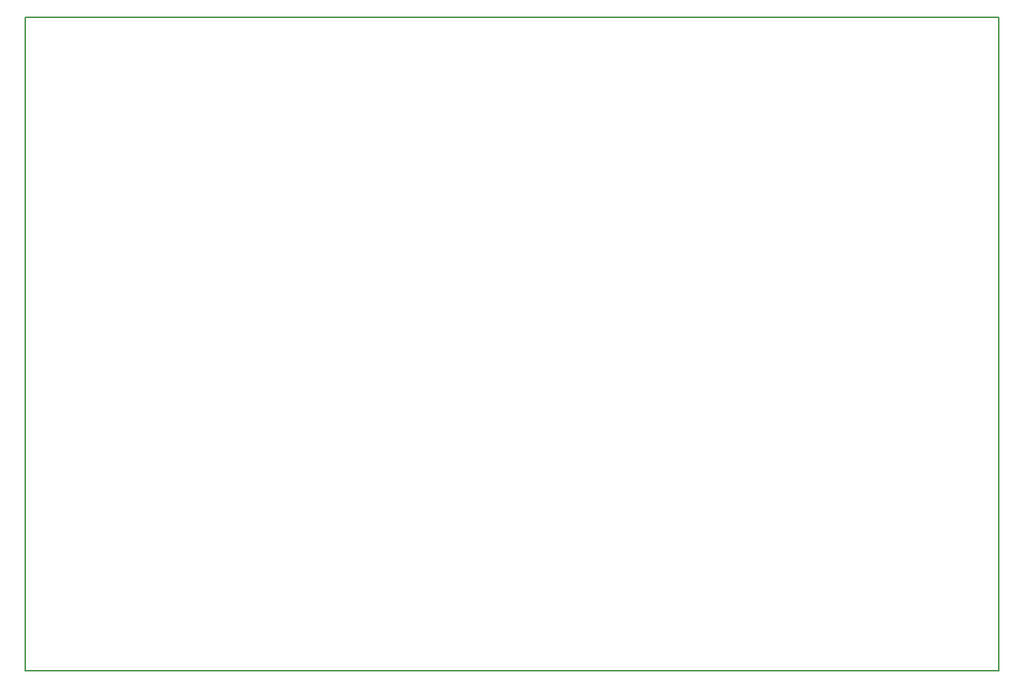
<source format=gbr>
%TF.GenerationSoftware,KiCad,Pcbnew,9.0.0*%
%TF.CreationDate,2025-04-04T13:00:49-06:00*%
%TF.ProjectId,High Power Class AB,48696768-2050-46f7-9765-7220436c6173,rev?*%
%TF.SameCoordinates,Original*%
%TF.FileFunction,Profile,NP*%
%FSLAX46Y46*%
G04 Gerber Fmt 4.6, Leading zero omitted, Abs format (unit mm)*
G04 Created by KiCad (PCBNEW 9.0.0) date 2025-04-04 13:00:49*
%MOMM*%
%LPD*%
G01*
G04 APERTURE LIST*
%TA.AperFunction,Profile*%
%ADD10C,0.200000*%
%TD*%
G04 APERTURE END LIST*
D10*
X71755000Y-63500000D02*
X186055000Y-63500000D01*
X186055000Y-140335000D01*
X71755000Y-140335000D01*
X71755000Y-63500000D01*
M02*

</source>
